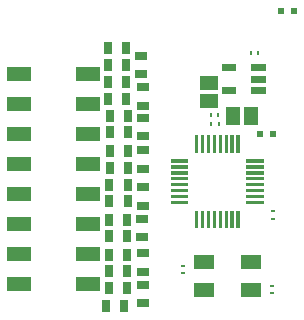
<source format=gbr>
G04 EAGLE Gerber RS-274X export*
G75*
%MOMM*%
%FSLAX34Y34*%
%LPD*%
%INSolderpaste Bottom*%
%IPPOS*%
%AMOC8*
5,1,8,0,0,1.08239X$1,22.5*%
G01*
%ADD10R,1.800000X1.200000*%
%ADD11R,0.350000X0.250000*%
%ADD12C,0.088500*%
%ADD13R,0.250000X0.350000*%
%ADD14C,0.065000*%
%ADD15R,2.032000X1.270000*%
%ADD16R,1.000000X0.650000*%
%ADD17R,0.650000X1.000000*%
%ADD18R,1.168400X1.600200*%
%ADD19R,1.600200X1.168400*%
%ADD20R,0.500000X0.600000*%


D10*
X339100Y422746D03*
X339100Y446746D03*
X299100Y446746D03*
X299100Y422746D03*
D11*
X281254Y443584D03*
X281254Y437084D03*
X356768Y420092D03*
X356768Y426592D03*
D12*
X339530Y608870D02*
X339530Y613886D01*
X350746Y613886D01*
X350746Y608870D01*
X339530Y608870D01*
X339530Y609711D02*
X350746Y609711D01*
X350746Y610552D02*
X339530Y610552D01*
X339530Y611393D02*
X350746Y611393D01*
X350746Y612234D02*
X339530Y612234D01*
X339530Y613075D02*
X350746Y613075D01*
X314430Y594886D02*
X314430Y589870D01*
X314430Y594886D02*
X325646Y594886D01*
X325646Y589870D01*
X314430Y589870D01*
X314430Y590711D02*
X325646Y590711D01*
X325646Y591552D02*
X314430Y591552D01*
X314430Y592393D02*
X325646Y592393D01*
X325646Y593234D02*
X314430Y593234D01*
X314430Y594075D02*
X325646Y594075D01*
X339530Y599370D02*
X339530Y604386D01*
X350746Y604386D01*
X350746Y599370D01*
X339530Y599370D01*
X339530Y600211D02*
X350746Y600211D01*
X350746Y601052D02*
X339530Y601052D01*
X339530Y601893D02*
X350746Y601893D01*
X350746Y602734D02*
X339530Y602734D01*
X339530Y603575D02*
X350746Y603575D01*
X339530Y594886D02*
X339530Y589870D01*
X339530Y594886D02*
X350746Y594886D01*
X350746Y589870D01*
X339530Y589870D01*
X339530Y590711D02*
X350746Y590711D01*
X350746Y591552D02*
X339530Y591552D01*
X339530Y592393D02*
X350746Y592393D01*
X350746Y593234D02*
X339530Y593234D01*
X339530Y594075D02*
X350746Y594075D01*
X314430Y608870D02*
X314430Y613886D01*
X325646Y613886D01*
X325646Y608870D01*
X314430Y608870D01*
X314430Y609711D02*
X325646Y609711D01*
X325646Y610552D02*
X314430Y610552D01*
X314430Y611393D02*
X325646Y611393D01*
X325646Y612234D02*
X314430Y612234D01*
X314430Y613075D02*
X325646Y613075D01*
D13*
X305690Y563397D03*
X312190Y563397D03*
D11*
X357734Y489558D03*
X357734Y483058D03*
D13*
X345312Y623900D03*
X338812Y623900D03*
X311657Y570967D03*
X305157Y570967D03*
D14*
X291811Y553835D02*
X291811Y540085D01*
X291811Y553835D02*
X293761Y553835D01*
X293761Y540085D01*
X291811Y540085D01*
X291811Y540702D02*
X293761Y540702D01*
X293761Y541319D02*
X291811Y541319D01*
X291811Y541936D02*
X293761Y541936D01*
X293761Y542553D02*
X291811Y542553D01*
X291811Y543170D02*
X293761Y543170D01*
X293761Y543787D02*
X291811Y543787D01*
X291811Y544404D02*
X293761Y544404D01*
X293761Y545021D02*
X291811Y545021D01*
X291811Y545638D02*
X293761Y545638D01*
X293761Y546255D02*
X291811Y546255D01*
X291811Y546872D02*
X293761Y546872D01*
X293761Y547489D02*
X291811Y547489D01*
X291811Y548106D02*
X293761Y548106D01*
X293761Y548723D02*
X291811Y548723D01*
X291811Y549340D02*
X293761Y549340D01*
X293761Y549957D02*
X291811Y549957D01*
X291811Y550574D02*
X293761Y550574D01*
X293761Y551191D02*
X291811Y551191D01*
X291811Y551808D02*
X293761Y551808D01*
X293761Y552425D02*
X291811Y552425D01*
X291811Y553042D02*
X293761Y553042D01*
X293761Y553659D02*
X291811Y553659D01*
X296811Y553835D02*
X296811Y540085D01*
X296811Y553835D02*
X298761Y553835D01*
X298761Y540085D01*
X296811Y540085D01*
X296811Y540702D02*
X298761Y540702D01*
X298761Y541319D02*
X296811Y541319D01*
X296811Y541936D02*
X298761Y541936D01*
X298761Y542553D02*
X296811Y542553D01*
X296811Y543170D02*
X298761Y543170D01*
X298761Y543787D02*
X296811Y543787D01*
X296811Y544404D02*
X298761Y544404D01*
X298761Y545021D02*
X296811Y545021D01*
X296811Y545638D02*
X298761Y545638D01*
X298761Y546255D02*
X296811Y546255D01*
X296811Y546872D02*
X298761Y546872D01*
X298761Y547489D02*
X296811Y547489D01*
X296811Y548106D02*
X298761Y548106D01*
X298761Y548723D02*
X296811Y548723D01*
X296811Y549340D02*
X298761Y549340D01*
X298761Y549957D02*
X296811Y549957D01*
X296811Y550574D02*
X298761Y550574D01*
X298761Y551191D02*
X296811Y551191D01*
X296811Y551808D02*
X298761Y551808D01*
X298761Y552425D02*
X296811Y552425D01*
X296811Y553042D02*
X298761Y553042D01*
X298761Y553659D02*
X296811Y553659D01*
X301811Y553835D02*
X301811Y540085D01*
X301811Y553835D02*
X303761Y553835D01*
X303761Y540085D01*
X301811Y540085D01*
X301811Y540702D02*
X303761Y540702D01*
X303761Y541319D02*
X301811Y541319D01*
X301811Y541936D02*
X303761Y541936D01*
X303761Y542553D02*
X301811Y542553D01*
X301811Y543170D02*
X303761Y543170D01*
X303761Y543787D02*
X301811Y543787D01*
X301811Y544404D02*
X303761Y544404D01*
X303761Y545021D02*
X301811Y545021D01*
X301811Y545638D02*
X303761Y545638D01*
X303761Y546255D02*
X301811Y546255D01*
X301811Y546872D02*
X303761Y546872D01*
X303761Y547489D02*
X301811Y547489D01*
X301811Y548106D02*
X303761Y548106D01*
X303761Y548723D02*
X301811Y548723D01*
X301811Y549340D02*
X303761Y549340D01*
X303761Y549957D02*
X301811Y549957D01*
X301811Y550574D02*
X303761Y550574D01*
X303761Y551191D02*
X301811Y551191D01*
X301811Y551808D02*
X303761Y551808D01*
X303761Y552425D02*
X301811Y552425D01*
X301811Y553042D02*
X303761Y553042D01*
X303761Y553659D02*
X301811Y553659D01*
X306811Y553835D02*
X306811Y540085D01*
X306811Y553835D02*
X308761Y553835D01*
X308761Y540085D01*
X306811Y540085D01*
X306811Y540702D02*
X308761Y540702D01*
X308761Y541319D02*
X306811Y541319D01*
X306811Y541936D02*
X308761Y541936D01*
X308761Y542553D02*
X306811Y542553D01*
X306811Y543170D02*
X308761Y543170D01*
X308761Y543787D02*
X306811Y543787D01*
X306811Y544404D02*
X308761Y544404D01*
X308761Y545021D02*
X306811Y545021D01*
X306811Y545638D02*
X308761Y545638D01*
X308761Y546255D02*
X306811Y546255D01*
X306811Y546872D02*
X308761Y546872D01*
X308761Y547489D02*
X306811Y547489D01*
X306811Y548106D02*
X308761Y548106D01*
X308761Y548723D02*
X306811Y548723D01*
X306811Y549340D02*
X308761Y549340D01*
X308761Y549957D02*
X306811Y549957D01*
X306811Y550574D02*
X308761Y550574D01*
X308761Y551191D02*
X306811Y551191D01*
X306811Y551808D02*
X308761Y551808D01*
X308761Y552425D02*
X306811Y552425D01*
X306811Y553042D02*
X308761Y553042D01*
X308761Y553659D02*
X306811Y553659D01*
X311811Y553835D02*
X311811Y540085D01*
X311811Y553835D02*
X313761Y553835D01*
X313761Y540085D01*
X311811Y540085D01*
X311811Y540702D02*
X313761Y540702D01*
X313761Y541319D02*
X311811Y541319D01*
X311811Y541936D02*
X313761Y541936D01*
X313761Y542553D02*
X311811Y542553D01*
X311811Y543170D02*
X313761Y543170D01*
X313761Y543787D02*
X311811Y543787D01*
X311811Y544404D02*
X313761Y544404D01*
X313761Y545021D02*
X311811Y545021D01*
X311811Y545638D02*
X313761Y545638D01*
X313761Y546255D02*
X311811Y546255D01*
X311811Y546872D02*
X313761Y546872D01*
X313761Y547489D02*
X311811Y547489D01*
X311811Y548106D02*
X313761Y548106D01*
X313761Y548723D02*
X311811Y548723D01*
X311811Y549340D02*
X313761Y549340D01*
X313761Y549957D02*
X311811Y549957D01*
X311811Y550574D02*
X313761Y550574D01*
X313761Y551191D02*
X311811Y551191D01*
X311811Y551808D02*
X313761Y551808D01*
X313761Y552425D02*
X311811Y552425D01*
X311811Y553042D02*
X313761Y553042D01*
X313761Y553659D02*
X311811Y553659D01*
X316811Y553835D02*
X316811Y540085D01*
X316811Y553835D02*
X318761Y553835D01*
X318761Y540085D01*
X316811Y540085D01*
X316811Y540702D02*
X318761Y540702D01*
X318761Y541319D02*
X316811Y541319D01*
X316811Y541936D02*
X318761Y541936D01*
X318761Y542553D02*
X316811Y542553D01*
X316811Y543170D02*
X318761Y543170D01*
X318761Y543787D02*
X316811Y543787D01*
X316811Y544404D02*
X318761Y544404D01*
X318761Y545021D02*
X316811Y545021D01*
X316811Y545638D02*
X318761Y545638D01*
X318761Y546255D02*
X316811Y546255D01*
X316811Y546872D02*
X318761Y546872D01*
X318761Y547489D02*
X316811Y547489D01*
X316811Y548106D02*
X318761Y548106D01*
X318761Y548723D02*
X316811Y548723D01*
X316811Y549340D02*
X318761Y549340D01*
X318761Y549957D02*
X316811Y549957D01*
X316811Y550574D02*
X318761Y550574D01*
X318761Y551191D02*
X316811Y551191D01*
X316811Y551808D02*
X318761Y551808D01*
X318761Y552425D02*
X316811Y552425D01*
X316811Y553042D02*
X318761Y553042D01*
X318761Y553659D02*
X316811Y553659D01*
X321811Y553835D02*
X321811Y540085D01*
X321811Y553835D02*
X323761Y553835D01*
X323761Y540085D01*
X321811Y540085D01*
X321811Y540702D02*
X323761Y540702D01*
X323761Y541319D02*
X321811Y541319D01*
X321811Y541936D02*
X323761Y541936D01*
X323761Y542553D02*
X321811Y542553D01*
X321811Y543170D02*
X323761Y543170D01*
X323761Y543787D02*
X321811Y543787D01*
X321811Y544404D02*
X323761Y544404D01*
X323761Y545021D02*
X321811Y545021D01*
X321811Y545638D02*
X323761Y545638D01*
X323761Y546255D02*
X321811Y546255D01*
X321811Y546872D02*
X323761Y546872D01*
X323761Y547489D02*
X321811Y547489D01*
X321811Y548106D02*
X323761Y548106D01*
X323761Y548723D02*
X321811Y548723D01*
X321811Y549340D02*
X323761Y549340D01*
X323761Y549957D02*
X321811Y549957D01*
X321811Y550574D02*
X323761Y550574D01*
X323761Y551191D02*
X321811Y551191D01*
X321811Y551808D02*
X323761Y551808D01*
X323761Y552425D02*
X321811Y552425D01*
X321811Y553042D02*
X323761Y553042D01*
X323761Y553659D02*
X321811Y553659D01*
X326811Y553835D02*
X326811Y540085D01*
X326811Y553835D02*
X328761Y553835D01*
X328761Y540085D01*
X326811Y540085D01*
X326811Y540702D02*
X328761Y540702D01*
X328761Y541319D02*
X326811Y541319D01*
X326811Y541936D02*
X328761Y541936D01*
X328761Y542553D02*
X326811Y542553D01*
X326811Y543170D02*
X328761Y543170D01*
X328761Y543787D02*
X326811Y543787D01*
X326811Y544404D02*
X328761Y544404D01*
X328761Y545021D02*
X326811Y545021D01*
X326811Y545638D02*
X328761Y545638D01*
X328761Y546255D02*
X326811Y546255D01*
X326811Y546872D02*
X328761Y546872D01*
X328761Y547489D02*
X326811Y547489D01*
X326811Y548106D02*
X328761Y548106D01*
X328761Y548723D02*
X326811Y548723D01*
X326811Y549340D02*
X328761Y549340D01*
X328761Y549957D02*
X326811Y549957D01*
X326811Y550574D02*
X328761Y550574D01*
X328761Y551191D02*
X326811Y551191D01*
X326811Y551808D02*
X328761Y551808D01*
X328761Y552425D02*
X326811Y552425D01*
X326811Y553042D02*
X328761Y553042D01*
X328761Y553659D02*
X326811Y553659D01*
X326811Y489935D02*
X326811Y476185D01*
X326811Y489935D02*
X328761Y489935D01*
X328761Y476185D01*
X326811Y476185D01*
X326811Y476802D02*
X328761Y476802D01*
X328761Y477419D02*
X326811Y477419D01*
X326811Y478036D02*
X328761Y478036D01*
X328761Y478653D02*
X326811Y478653D01*
X326811Y479270D02*
X328761Y479270D01*
X328761Y479887D02*
X326811Y479887D01*
X326811Y480504D02*
X328761Y480504D01*
X328761Y481121D02*
X326811Y481121D01*
X326811Y481738D02*
X328761Y481738D01*
X328761Y482355D02*
X326811Y482355D01*
X326811Y482972D02*
X328761Y482972D01*
X328761Y483589D02*
X326811Y483589D01*
X326811Y484206D02*
X328761Y484206D01*
X328761Y484823D02*
X326811Y484823D01*
X326811Y485440D02*
X328761Y485440D01*
X328761Y486057D02*
X326811Y486057D01*
X326811Y486674D02*
X328761Y486674D01*
X328761Y487291D02*
X326811Y487291D01*
X326811Y487908D02*
X328761Y487908D01*
X328761Y488525D02*
X326811Y488525D01*
X326811Y489142D02*
X328761Y489142D01*
X328761Y489759D02*
X326811Y489759D01*
X321811Y489935D02*
X321811Y476185D01*
X321811Y489935D02*
X323761Y489935D01*
X323761Y476185D01*
X321811Y476185D01*
X321811Y476802D02*
X323761Y476802D01*
X323761Y477419D02*
X321811Y477419D01*
X321811Y478036D02*
X323761Y478036D01*
X323761Y478653D02*
X321811Y478653D01*
X321811Y479270D02*
X323761Y479270D01*
X323761Y479887D02*
X321811Y479887D01*
X321811Y480504D02*
X323761Y480504D01*
X323761Y481121D02*
X321811Y481121D01*
X321811Y481738D02*
X323761Y481738D01*
X323761Y482355D02*
X321811Y482355D01*
X321811Y482972D02*
X323761Y482972D01*
X323761Y483589D02*
X321811Y483589D01*
X321811Y484206D02*
X323761Y484206D01*
X323761Y484823D02*
X321811Y484823D01*
X321811Y485440D02*
X323761Y485440D01*
X323761Y486057D02*
X321811Y486057D01*
X321811Y486674D02*
X323761Y486674D01*
X323761Y487291D02*
X321811Y487291D01*
X321811Y487908D02*
X323761Y487908D01*
X323761Y488525D02*
X321811Y488525D01*
X321811Y489142D02*
X323761Y489142D01*
X323761Y489759D02*
X321811Y489759D01*
X316811Y489935D02*
X316811Y476185D01*
X316811Y489935D02*
X318761Y489935D01*
X318761Y476185D01*
X316811Y476185D01*
X316811Y476802D02*
X318761Y476802D01*
X318761Y477419D02*
X316811Y477419D01*
X316811Y478036D02*
X318761Y478036D01*
X318761Y478653D02*
X316811Y478653D01*
X316811Y479270D02*
X318761Y479270D01*
X318761Y479887D02*
X316811Y479887D01*
X316811Y480504D02*
X318761Y480504D01*
X318761Y481121D02*
X316811Y481121D01*
X316811Y481738D02*
X318761Y481738D01*
X318761Y482355D02*
X316811Y482355D01*
X316811Y482972D02*
X318761Y482972D01*
X318761Y483589D02*
X316811Y483589D01*
X316811Y484206D02*
X318761Y484206D01*
X318761Y484823D02*
X316811Y484823D01*
X316811Y485440D02*
X318761Y485440D01*
X318761Y486057D02*
X316811Y486057D01*
X316811Y486674D02*
X318761Y486674D01*
X318761Y487291D02*
X316811Y487291D01*
X316811Y487908D02*
X318761Y487908D01*
X318761Y488525D02*
X316811Y488525D01*
X316811Y489142D02*
X318761Y489142D01*
X318761Y489759D02*
X316811Y489759D01*
X311811Y489935D02*
X311811Y476185D01*
X311811Y489935D02*
X313761Y489935D01*
X313761Y476185D01*
X311811Y476185D01*
X311811Y476802D02*
X313761Y476802D01*
X313761Y477419D02*
X311811Y477419D01*
X311811Y478036D02*
X313761Y478036D01*
X313761Y478653D02*
X311811Y478653D01*
X311811Y479270D02*
X313761Y479270D01*
X313761Y479887D02*
X311811Y479887D01*
X311811Y480504D02*
X313761Y480504D01*
X313761Y481121D02*
X311811Y481121D01*
X311811Y481738D02*
X313761Y481738D01*
X313761Y482355D02*
X311811Y482355D01*
X311811Y482972D02*
X313761Y482972D01*
X313761Y483589D02*
X311811Y483589D01*
X311811Y484206D02*
X313761Y484206D01*
X313761Y484823D02*
X311811Y484823D01*
X311811Y485440D02*
X313761Y485440D01*
X313761Y486057D02*
X311811Y486057D01*
X311811Y486674D02*
X313761Y486674D01*
X313761Y487291D02*
X311811Y487291D01*
X311811Y487908D02*
X313761Y487908D01*
X313761Y488525D02*
X311811Y488525D01*
X311811Y489142D02*
X313761Y489142D01*
X313761Y489759D02*
X311811Y489759D01*
X306811Y489935D02*
X306811Y476185D01*
X306811Y489935D02*
X308761Y489935D01*
X308761Y476185D01*
X306811Y476185D01*
X306811Y476802D02*
X308761Y476802D01*
X308761Y477419D02*
X306811Y477419D01*
X306811Y478036D02*
X308761Y478036D01*
X308761Y478653D02*
X306811Y478653D01*
X306811Y479270D02*
X308761Y479270D01*
X308761Y479887D02*
X306811Y479887D01*
X306811Y480504D02*
X308761Y480504D01*
X308761Y481121D02*
X306811Y481121D01*
X306811Y481738D02*
X308761Y481738D01*
X308761Y482355D02*
X306811Y482355D01*
X306811Y482972D02*
X308761Y482972D01*
X308761Y483589D02*
X306811Y483589D01*
X306811Y484206D02*
X308761Y484206D01*
X308761Y484823D02*
X306811Y484823D01*
X306811Y485440D02*
X308761Y485440D01*
X308761Y486057D02*
X306811Y486057D01*
X306811Y486674D02*
X308761Y486674D01*
X308761Y487291D02*
X306811Y487291D01*
X306811Y487908D02*
X308761Y487908D01*
X308761Y488525D02*
X306811Y488525D01*
X306811Y489142D02*
X308761Y489142D01*
X308761Y489759D02*
X306811Y489759D01*
X301811Y489935D02*
X301811Y476185D01*
X301811Y489935D02*
X303761Y489935D01*
X303761Y476185D01*
X301811Y476185D01*
X301811Y476802D02*
X303761Y476802D01*
X303761Y477419D02*
X301811Y477419D01*
X301811Y478036D02*
X303761Y478036D01*
X303761Y478653D02*
X301811Y478653D01*
X301811Y479270D02*
X303761Y479270D01*
X303761Y479887D02*
X301811Y479887D01*
X301811Y480504D02*
X303761Y480504D01*
X303761Y481121D02*
X301811Y481121D01*
X301811Y481738D02*
X303761Y481738D01*
X303761Y482355D02*
X301811Y482355D01*
X301811Y482972D02*
X303761Y482972D01*
X303761Y483589D02*
X301811Y483589D01*
X301811Y484206D02*
X303761Y484206D01*
X303761Y484823D02*
X301811Y484823D01*
X301811Y485440D02*
X303761Y485440D01*
X303761Y486057D02*
X301811Y486057D01*
X301811Y486674D02*
X303761Y486674D01*
X303761Y487291D02*
X301811Y487291D01*
X301811Y487908D02*
X303761Y487908D01*
X303761Y488525D02*
X301811Y488525D01*
X301811Y489142D02*
X303761Y489142D01*
X303761Y489759D02*
X301811Y489759D01*
X296811Y489935D02*
X296811Y476185D01*
X296811Y489935D02*
X298761Y489935D01*
X298761Y476185D01*
X296811Y476185D01*
X296811Y476802D02*
X298761Y476802D01*
X298761Y477419D02*
X296811Y477419D01*
X296811Y478036D02*
X298761Y478036D01*
X298761Y478653D02*
X296811Y478653D01*
X296811Y479270D02*
X298761Y479270D01*
X298761Y479887D02*
X296811Y479887D01*
X296811Y480504D02*
X298761Y480504D01*
X298761Y481121D02*
X296811Y481121D01*
X296811Y481738D02*
X298761Y481738D01*
X298761Y482355D02*
X296811Y482355D01*
X296811Y482972D02*
X298761Y482972D01*
X298761Y483589D02*
X296811Y483589D01*
X296811Y484206D02*
X298761Y484206D01*
X298761Y484823D02*
X296811Y484823D01*
X296811Y485440D02*
X298761Y485440D01*
X298761Y486057D02*
X296811Y486057D01*
X296811Y486674D02*
X298761Y486674D01*
X298761Y487291D02*
X296811Y487291D01*
X296811Y487908D02*
X298761Y487908D01*
X298761Y488525D02*
X296811Y488525D01*
X296811Y489142D02*
X298761Y489142D01*
X298761Y489759D02*
X296811Y489759D01*
X291811Y489935D02*
X291811Y476185D01*
X291811Y489935D02*
X293761Y489935D01*
X293761Y476185D01*
X291811Y476185D01*
X291811Y476802D02*
X293761Y476802D01*
X293761Y477419D02*
X291811Y477419D01*
X291811Y478036D02*
X293761Y478036D01*
X293761Y478653D02*
X291811Y478653D01*
X291811Y479270D02*
X293761Y479270D01*
X293761Y479887D02*
X291811Y479887D01*
X291811Y480504D02*
X293761Y480504D01*
X293761Y481121D02*
X291811Y481121D01*
X291811Y481738D02*
X293761Y481738D01*
X293761Y482355D02*
X291811Y482355D01*
X291811Y482972D02*
X293761Y482972D01*
X293761Y483589D02*
X291811Y483589D01*
X291811Y484206D02*
X293761Y484206D01*
X293761Y484823D02*
X291811Y484823D01*
X291811Y485440D02*
X293761Y485440D01*
X293761Y486057D02*
X291811Y486057D01*
X291811Y486674D02*
X293761Y486674D01*
X293761Y487291D02*
X291811Y487291D01*
X291811Y487908D02*
X293761Y487908D01*
X293761Y488525D02*
X291811Y488525D01*
X291811Y489142D02*
X293761Y489142D01*
X293761Y489759D02*
X291811Y489759D01*
X285211Y496535D02*
X271461Y496535D01*
X271461Y498485D01*
X285211Y498485D01*
X285211Y496535D01*
X285211Y497152D02*
X271461Y497152D01*
X271461Y497769D02*
X285211Y497769D01*
X285211Y498386D02*
X271461Y498386D01*
X271461Y501535D02*
X285211Y501535D01*
X271461Y501535D02*
X271461Y503485D01*
X285211Y503485D01*
X285211Y501535D01*
X285211Y502152D02*
X271461Y502152D01*
X271461Y502769D02*
X285211Y502769D01*
X285211Y503386D02*
X271461Y503386D01*
X271461Y506535D02*
X285211Y506535D01*
X271461Y506535D02*
X271461Y508485D01*
X285211Y508485D01*
X285211Y506535D01*
X285211Y507152D02*
X271461Y507152D01*
X271461Y507769D02*
X285211Y507769D01*
X285211Y508386D02*
X271461Y508386D01*
X271461Y511535D02*
X285211Y511535D01*
X271461Y511535D02*
X271461Y513485D01*
X285211Y513485D01*
X285211Y511535D01*
X285211Y512152D02*
X271461Y512152D01*
X271461Y512769D02*
X285211Y512769D01*
X285211Y513386D02*
X271461Y513386D01*
X271461Y516535D02*
X285211Y516535D01*
X271461Y516535D02*
X271461Y518485D01*
X285211Y518485D01*
X285211Y516535D01*
X285211Y517152D02*
X271461Y517152D01*
X271461Y517769D02*
X285211Y517769D01*
X285211Y518386D02*
X271461Y518386D01*
X271461Y521535D02*
X285211Y521535D01*
X271461Y521535D02*
X271461Y523485D01*
X285211Y523485D01*
X285211Y521535D01*
X285211Y522152D02*
X271461Y522152D01*
X271461Y522769D02*
X285211Y522769D01*
X285211Y523386D02*
X271461Y523386D01*
X271461Y526535D02*
X285211Y526535D01*
X271461Y526535D02*
X271461Y528485D01*
X285211Y528485D01*
X285211Y526535D01*
X285211Y527152D02*
X271461Y527152D01*
X271461Y527769D02*
X285211Y527769D01*
X285211Y528386D02*
X271461Y528386D01*
X271461Y531535D02*
X285211Y531535D01*
X271461Y531535D02*
X271461Y533485D01*
X285211Y533485D01*
X285211Y531535D01*
X285211Y532152D02*
X271461Y532152D01*
X271461Y532769D02*
X285211Y532769D01*
X285211Y533386D02*
X271461Y533386D01*
X335361Y531535D02*
X349111Y531535D01*
X335361Y531535D02*
X335361Y533485D01*
X349111Y533485D01*
X349111Y531535D01*
X349111Y532152D02*
X335361Y532152D01*
X335361Y532769D02*
X349111Y532769D01*
X349111Y533386D02*
X335361Y533386D01*
X335361Y526535D02*
X349111Y526535D01*
X335361Y526535D02*
X335361Y528485D01*
X349111Y528485D01*
X349111Y526535D01*
X349111Y527152D02*
X335361Y527152D01*
X335361Y527769D02*
X349111Y527769D01*
X349111Y528386D02*
X335361Y528386D01*
X335361Y521535D02*
X349111Y521535D01*
X335361Y521535D02*
X335361Y523485D01*
X349111Y523485D01*
X349111Y521535D01*
X349111Y522152D02*
X335361Y522152D01*
X335361Y522769D02*
X349111Y522769D01*
X349111Y523386D02*
X335361Y523386D01*
X335361Y516535D02*
X349111Y516535D01*
X335361Y516535D02*
X335361Y518485D01*
X349111Y518485D01*
X349111Y516535D01*
X349111Y517152D02*
X335361Y517152D01*
X335361Y517769D02*
X349111Y517769D01*
X349111Y518386D02*
X335361Y518386D01*
X335361Y511535D02*
X349111Y511535D01*
X335361Y511535D02*
X335361Y513485D01*
X349111Y513485D01*
X349111Y511535D01*
X349111Y512152D02*
X335361Y512152D01*
X335361Y512769D02*
X349111Y512769D01*
X349111Y513386D02*
X335361Y513386D01*
X335361Y506535D02*
X349111Y506535D01*
X335361Y506535D02*
X335361Y508485D01*
X349111Y508485D01*
X349111Y506535D01*
X349111Y507152D02*
X335361Y507152D01*
X335361Y507769D02*
X349111Y507769D01*
X349111Y508386D02*
X335361Y508386D01*
X335361Y501535D02*
X349111Y501535D01*
X335361Y501535D02*
X335361Y503485D01*
X349111Y503485D01*
X349111Y501535D01*
X349111Y502152D02*
X335361Y502152D01*
X335361Y502769D02*
X349111Y502769D01*
X349111Y503386D02*
X335361Y503386D01*
X335361Y496535D02*
X349111Y496535D01*
X335361Y496535D02*
X335361Y498485D01*
X349111Y498485D01*
X349111Y496535D01*
X349111Y497152D02*
X335361Y497152D01*
X335361Y497769D02*
X349111Y497769D01*
X349111Y498386D02*
X335361Y498386D01*
D15*
X201397Y428346D03*
X142977Y428346D03*
X142977Y453746D03*
X201397Y453746D03*
X142977Y479146D03*
X201397Y479146D03*
X142977Y504546D03*
X201397Y504546D03*
X142977Y529946D03*
X201397Y529946D03*
X142977Y555346D03*
X201397Y555346D03*
X142977Y580746D03*
X201397Y580746D03*
X142977Y606146D03*
X201397Y606146D03*
D16*
X247955Y411756D03*
X247955Y427256D03*
D17*
X216126Y409016D03*
X231626Y409016D03*
D16*
X247955Y453926D03*
X247955Y438426D03*
D17*
X219123Y452780D03*
X234623Y452780D03*
X219123Y424840D03*
X234623Y424840D03*
X219123Y438810D03*
X234623Y438810D03*
D16*
X247142Y467535D03*
X247142Y483035D03*
D17*
X219123Y468782D03*
X234623Y468782D03*
D16*
X247447Y509806D03*
X247447Y494306D03*
D17*
X219377Y511962D03*
X234877Y511962D03*
X219123Y482244D03*
X234623Y482244D03*
X219377Y497992D03*
X234877Y497992D03*
D16*
X247701Y525802D03*
X247701Y541302D03*
D17*
X219885Y526186D03*
X235385Y526186D03*
D16*
X247625Y568582D03*
X247625Y553082D03*
D17*
X219682Y570382D03*
X235182Y570382D03*
X219885Y540410D03*
X235385Y540410D03*
X219605Y556438D03*
X235105Y556438D03*
D16*
X247650Y579168D03*
X247650Y594668D03*
D17*
X217878Y584302D03*
X233378Y584302D03*
D16*
X245694Y621033D03*
X245694Y605533D03*
D17*
X217751Y628218D03*
X233251Y628218D03*
X217878Y599008D03*
X233378Y599008D03*
X217853Y613537D03*
X233353Y613537D03*
D18*
X339420Y570535D03*
X324180Y570535D03*
D19*
X303225Y597941D03*
X303225Y582701D03*
D20*
X364603Y658927D03*
X375603Y658927D03*
X358027Y554990D03*
X347027Y554990D03*
M02*

</source>
